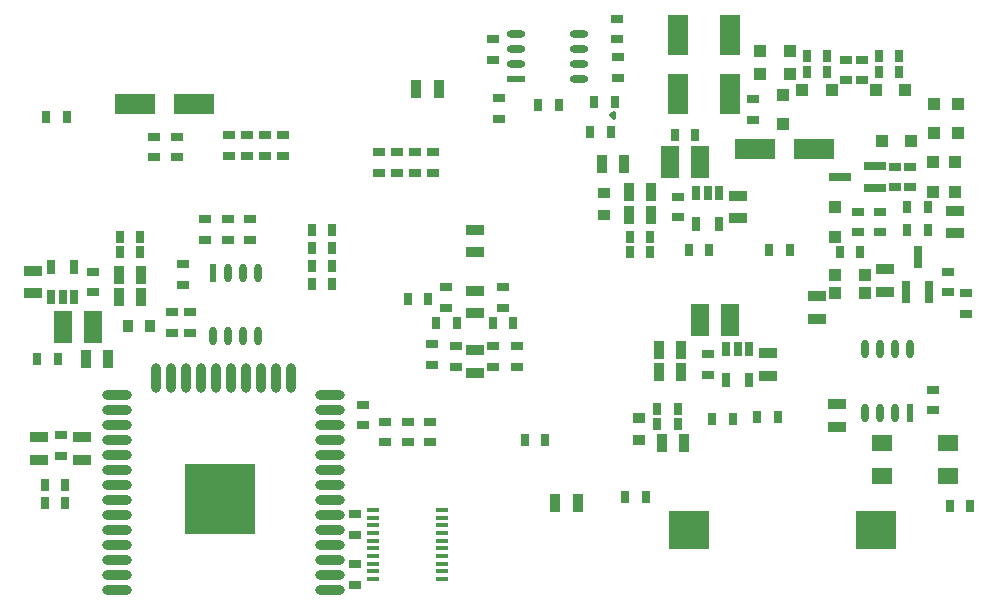
<source format=gbp>
G04 #@! TF.GenerationSoftware,KiCad,Pcbnew,5.0.0-rc2-dev-unknown+dfsg1+20180318-2*
G04 #@! TF.CreationDate,2018-05-20T22:20:08+02:00*
G04 #@! TF.ProjectId,ulx3s,756C7833732E6B696361645F70636200,rev?*
G04 #@! TF.SameCoordinates,Original*
G04 #@! TF.FileFunction,Paste,Bot*
G04 #@! TF.FilePolarity,Positive*
%FSLAX46Y46*%
G04 Gerber Fmt 4.6, Leading zero omitted, Abs format (unit mm)*
G04 Created by KiCad (PCBNEW 5.0.0-rc2-dev-unknown+dfsg1+20180318-2) date Sun May 20 22:20:08 2018*
%MOMM*%
%LPD*%
G01*
G04 APERTURE LIST*
%ADD10C,0.350000*%
%ADD11R,1.500000X2.700000*%
%ADD12R,0.700000X1.200000*%
%ADD13R,1.000000X0.400000*%
%ADD14R,3.500000X3.300000*%
%ADD15R,0.600000X1.550000*%
%ADD16O,0.600000X1.550000*%
%ADD17O,2.500000X0.900000*%
%ADD18O,0.900000X2.500000*%
%ADD19R,6.000000X6.000000*%
%ADD20R,1.800000X1.400000*%
%ADD21R,0.970000X1.500000*%
%ADD22R,1.500000X0.970000*%
%ADD23R,0.670000X1.000000*%
%ADD24R,1.000000X0.670000*%
%ADD25R,1.000000X1.000000*%
%ADD26R,0.800000X1.900000*%
%ADD27R,1.900000X0.800000*%
%ADD28R,3.500000X1.800000*%
%ADD29R,1.800000X3.500000*%
%ADD30R,1.000000X0.845000*%
%ADD31R,0.845000X1.000000*%
%ADD32R,1.550000X0.600000*%
%ADD33O,1.550000X0.600000*%
G04 APERTURE END LIST*
D10*
X150296000Y-71062000D02*
X150046000Y-70812000D01*
X150046000Y-70812000D02*
X150296000Y-70562000D01*
X150296000Y-70562000D02*
X150296000Y-71062000D01*
D11*
X155060000Y-74755000D03*
X157600000Y-74755000D03*
X106165000Y-88725000D03*
X103625000Y-88725000D03*
X157600000Y-88090000D03*
X160140000Y-88090000D03*
D12*
X159825000Y-90600000D03*
X160775000Y-90600000D03*
X161725000Y-90600000D03*
X161725000Y-93200000D03*
X159825000Y-93200000D03*
X104575000Y-86215000D03*
X103625000Y-86215000D03*
X102675000Y-86215000D03*
X102675000Y-83615000D03*
X104575000Y-83615000D03*
X157285000Y-77392000D03*
X158235000Y-77392000D03*
X159185000Y-77392000D03*
X159185000Y-79992000D03*
X157285000Y-79992000D03*
D13*
X135735000Y-104215000D03*
X135735000Y-104865000D03*
X135735000Y-105515000D03*
X135735000Y-106165000D03*
X135735000Y-106815000D03*
X135735000Y-107465000D03*
X135735000Y-108115000D03*
X135735000Y-108765000D03*
X135735000Y-109415000D03*
X135735000Y-110065000D03*
X129935000Y-110065000D03*
X129935000Y-109415000D03*
X129935000Y-108765000D03*
X129935000Y-108115000D03*
X129935000Y-107465000D03*
X129935000Y-106815000D03*
X129935000Y-106165000D03*
X129935000Y-105515000D03*
X129935000Y-104865000D03*
X129935000Y-104215000D03*
D14*
X172485000Y-105870000D03*
X156685000Y-105870000D03*
D15*
X175395000Y-96015000D03*
D16*
X174125000Y-96015000D03*
X172855000Y-96015000D03*
X171585000Y-96015000D03*
X171585000Y-90615000D03*
X172855000Y-90615000D03*
X174125000Y-90615000D03*
X175395000Y-90615000D03*
D15*
X116325000Y-84120000D03*
D16*
X117595000Y-84120000D03*
X118865000Y-84120000D03*
X120135000Y-84120000D03*
X120135000Y-89520000D03*
X118865000Y-89520000D03*
X117595000Y-89520000D03*
X116325000Y-89520000D03*
D17*
X126230000Y-111000000D03*
X126230000Y-109730000D03*
X126230000Y-108460000D03*
X126230000Y-107190000D03*
X126230000Y-105920000D03*
X126230000Y-104650000D03*
X126230000Y-103380000D03*
X126230000Y-102110000D03*
X126230000Y-100840000D03*
X126230000Y-99570000D03*
X126230000Y-98300000D03*
X126230000Y-97030000D03*
X126230000Y-95760000D03*
X126230000Y-94490000D03*
D18*
X122945000Y-93000000D03*
X121675000Y-93000000D03*
X120405000Y-93000000D03*
X119135000Y-93000000D03*
X117865000Y-93000000D03*
X116595000Y-93000000D03*
X115325000Y-93000000D03*
X114055000Y-93000000D03*
X112785000Y-93000000D03*
X111515000Y-93000000D03*
D17*
X108230000Y-94490000D03*
X108230000Y-95760000D03*
X108230000Y-97030000D03*
X108230000Y-98300000D03*
X108230000Y-99570000D03*
X108230000Y-100840000D03*
X108230000Y-102110000D03*
X108230000Y-103380000D03*
X108230000Y-104650000D03*
X108230000Y-105920000D03*
X108230000Y-107190000D03*
X108230000Y-108460000D03*
X108230000Y-109730000D03*
X108230000Y-111000000D03*
D19*
X116930000Y-103300000D03*
D20*
X178576000Y-98522000D03*
X172976000Y-98522000D03*
X172976000Y-101322000D03*
X178576000Y-101322000D03*
D21*
X133546000Y-68550000D03*
X135456000Y-68550000D03*
D22*
X101085000Y-83960000D03*
X101085000Y-85870000D03*
D23*
X153985000Y-96910000D03*
X155735000Y-96910000D03*
D21*
X156015000Y-90630000D03*
X154105000Y-90630000D03*
X154105000Y-92535000D03*
X156015000Y-92535000D03*
D22*
X163315000Y-90945000D03*
X163315000Y-92855000D03*
D23*
X151645000Y-82375000D03*
X153395000Y-82375000D03*
D21*
X153475000Y-79200000D03*
X151565000Y-79200000D03*
X153475000Y-77295000D03*
X151565000Y-77295000D03*
D22*
X160775000Y-79520000D03*
X160775000Y-77610000D03*
D23*
X108465000Y-81105000D03*
X110215000Y-81105000D03*
D21*
X108385000Y-84280000D03*
X110295000Y-84280000D03*
X110295000Y-86185000D03*
X108385000Y-86185000D03*
D22*
X173221000Y-83833000D03*
X173221000Y-85743000D03*
D24*
X175380000Y-76900000D03*
X175380000Y-75150000D03*
D22*
X105276000Y-99967000D03*
X105276000Y-98057000D03*
X167506000Y-88029000D03*
X167506000Y-86119000D03*
X138500000Y-90665000D03*
X138500000Y-92575000D03*
D24*
X150589600Y-64359000D03*
X150589600Y-62609000D03*
D22*
X138500000Y-82375000D03*
X138500000Y-80465000D03*
X138500000Y-87575000D03*
X138500000Y-85665000D03*
X101593000Y-99967000D03*
X101593000Y-98057000D03*
D21*
X154359000Y-98504000D03*
X156269000Y-98504000D03*
X105591000Y-91392000D03*
X107501000Y-91392000D03*
X151189000Y-74882000D03*
X149279000Y-74882000D03*
D24*
X140900000Y-87095000D03*
X140900000Y-85345000D03*
X136100000Y-87095000D03*
X136100000Y-85345000D03*
X136900000Y-92095000D03*
X136900000Y-90345000D03*
X140100000Y-90345000D03*
X140100000Y-92095000D03*
X142100000Y-92095000D03*
X142100000Y-90345000D03*
X134900000Y-90145000D03*
X134900000Y-91895000D03*
D23*
X135225000Y-88420000D03*
X136975000Y-88420000D03*
X140025000Y-88420000D03*
X141775000Y-88420000D03*
X163425000Y-82220000D03*
X165175000Y-82220000D03*
X158375000Y-82220000D03*
X156625000Y-82220000D03*
D24*
X177300000Y-94025000D03*
X177300000Y-95775000D03*
D21*
X145342000Y-103584000D03*
X147252000Y-103584000D03*
D23*
X103995000Y-70963000D03*
X102245000Y-70963000D03*
X103245000Y-91410000D03*
X101495000Y-91410000D03*
D24*
X180094000Y-87586000D03*
X180094000Y-85836000D03*
D23*
X180473000Y-103856000D03*
X178723000Y-103856000D03*
X158645000Y-96490000D03*
X160395000Y-96490000D03*
X132827200Y-86330000D03*
X134577200Y-86330000D03*
D22*
X169172000Y-95281000D03*
X169172000Y-97191000D03*
X179190000Y-80790000D03*
X179190000Y-78880000D03*
D25*
X169050000Y-84280000D03*
X171550000Y-84280000D03*
X169030000Y-78585000D03*
X169030000Y-81085000D03*
X171550000Y-85804000D03*
X169050000Y-85804000D03*
X179190000Y-74775000D03*
X179190000Y-77275000D03*
X177285000Y-77275000D03*
X177285000Y-74775000D03*
X172987000Y-72977000D03*
X175487000Y-72977000D03*
X164585000Y-69060000D03*
X164585000Y-71560000D03*
X168756000Y-68659000D03*
X166256000Y-68659000D03*
X174979000Y-68659000D03*
X172479000Y-68659000D03*
X165200000Y-67262000D03*
X162700000Y-67262000D03*
X162700000Y-65357000D03*
X165200000Y-65357000D03*
X177412000Y-72322000D03*
X177412000Y-69822000D03*
X179444000Y-69822000D03*
X179444000Y-72322000D03*
D26*
X176015000Y-82780000D03*
X175065000Y-85780000D03*
X176965000Y-85780000D03*
D27*
X172435000Y-75075000D03*
X172435000Y-76975000D03*
X169435000Y-76025000D03*
D28*
X114761000Y-69802000D03*
X109761000Y-69802000D03*
X167212000Y-73612000D03*
X162212000Y-73612000D03*
D29*
X155695000Y-69000000D03*
X155695000Y-64000000D03*
X160140000Y-69000000D03*
X160140000Y-64000000D03*
D24*
X113277000Y-74360000D03*
X113277000Y-72610000D03*
X111372000Y-72610000D03*
X111372000Y-74360000D03*
D23*
X155455000Y-72487000D03*
X157205000Y-72487000D03*
D24*
X171316000Y-66090000D03*
X171316000Y-67840000D03*
X169919000Y-67840000D03*
X169919000Y-66090000D03*
D23*
X174477000Y-65738000D03*
X172727000Y-65738000D03*
D24*
X128390000Y-106321000D03*
X128390000Y-104571000D03*
X117722000Y-72483000D03*
X117722000Y-74233000D03*
X119246000Y-74233000D03*
X119246000Y-72483000D03*
X120770000Y-72483000D03*
X120770000Y-74233000D03*
X122294000Y-74233000D03*
X122294000Y-72483000D03*
D23*
X145655000Y-69900000D03*
X143905000Y-69900000D03*
D30*
X152393000Y-96398500D03*
X152393000Y-98323500D03*
D31*
X111064500Y-88598000D03*
X109139500Y-88598000D03*
D30*
X149472000Y-77348500D03*
X149472000Y-79273500D03*
D23*
X166631000Y-65738000D03*
X168381000Y-65738000D03*
X124721000Y-85060000D03*
X126471000Y-85060000D03*
X126471000Y-83536000D03*
X124721000Y-83536000D03*
X126471000Y-82012000D03*
X124721000Y-82012000D03*
X124721000Y-80470000D03*
X126471000Y-80470000D03*
D24*
X130422000Y-73898000D03*
X130422000Y-75648000D03*
X131961000Y-75648000D03*
X131961000Y-73898000D03*
X133485000Y-73898000D03*
X133485000Y-75648000D03*
X135009000Y-75648000D03*
X135009000Y-73898000D03*
X113785000Y-83405000D03*
X113785000Y-85155000D03*
D23*
X151264000Y-103076000D03*
X153014000Y-103076000D03*
X164190000Y-96345000D03*
X162440000Y-96345000D03*
D24*
X178555000Y-85790000D03*
X178555000Y-84040000D03*
X112896000Y-89219000D03*
X112896000Y-87469000D03*
X170935000Y-80710000D03*
X170935000Y-78960000D03*
D23*
X103865000Y-102060000D03*
X102115000Y-102060000D03*
D24*
X114420000Y-89219000D03*
X114420000Y-87469000D03*
D23*
X171175000Y-82375000D03*
X169425000Y-82375000D03*
D24*
X172840000Y-80710000D03*
X172840000Y-78960000D03*
X162045000Y-69435000D03*
X162045000Y-71185000D03*
D23*
X175140000Y-80470000D03*
X176890000Y-80470000D03*
D24*
X174110000Y-75150000D03*
X174110000Y-76900000D03*
X128390000Y-110555000D03*
X128390000Y-108805000D03*
X119500000Y-79595000D03*
X119500000Y-81345000D03*
D23*
X176890000Y-78565000D03*
X175140000Y-78565000D03*
D24*
X140025500Y-66105000D03*
X140025500Y-64355000D03*
X140597000Y-71076000D03*
X140597000Y-69326000D03*
X150615000Y-65897000D03*
X150615000Y-67647000D03*
D23*
X150050000Y-72215000D03*
X148300000Y-72215000D03*
X150362000Y-69693000D03*
X148612000Y-69693000D03*
D24*
X129025000Y-95300000D03*
X129025000Y-97050000D03*
X117595000Y-79595000D03*
X117595000Y-81345000D03*
X115690000Y-81345000D03*
X115690000Y-79595000D03*
D23*
X142755000Y-98250000D03*
X144505000Y-98250000D03*
D24*
X132835000Y-98490000D03*
X132835000Y-96740000D03*
X130930000Y-96740000D03*
X130930000Y-98490000D03*
D23*
X103865000Y-103600000D03*
X102115000Y-103600000D03*
D24*
X103498000Y-99633000D03*
X103498000Y-97883000D03*
X134740000Y-96740000D03*
X134740000Y-98490000D03*
D23*
X166631000Y-67135000D03*
X168381000Y-67135000D03*
X172725000Y-67120000D03*
X174475000Y-67120000D03*
X155735000Y-95640000D03*
X153985000Y-95640000D03*
X108465000Y-82375000D03*
X110215000Y-82375000D03*
X153395000Y-81105000D03*
X151645000Y-81105000D03*
D24*
X158235000Y-91025000D03*
X158235000Y-92775000D03*
X106165000Y-85790000D03*
X106165000Y-84040000D03*
X155695000Y-77690000D03*
X155695000Y-79440000D03*
D32*
X141980000Y-67706500D03*
D33*
X141980000Y-66436500D03*
X141980000Y-65166500D03*
X141980000Y-63896500D03*
X147380000Y-63896500D03*
X147380000Y-65166500D03*
X147380000Y-66436500D03*
X147380000Y-67706500D03*
M02*

</source>
